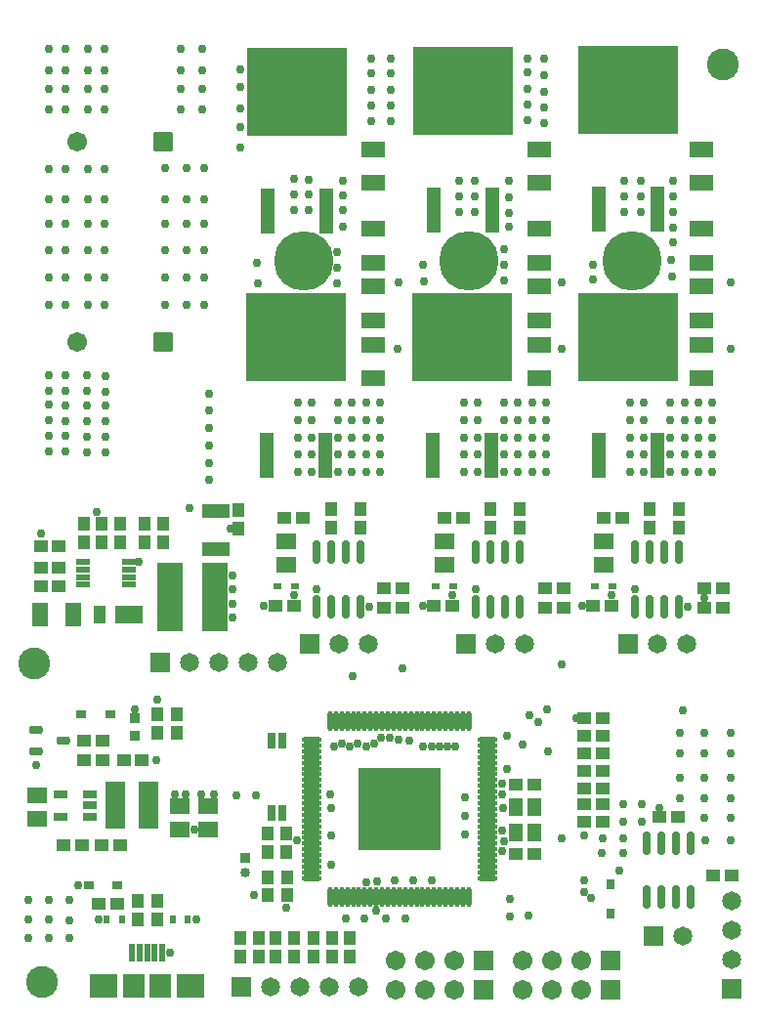
<source format=gts>
%FSLAX44Y44*%
%MOMM*%
G71*
G01*
G75*
G04 Layer_Color=8388736*
%ADD10R,0.9500X1.0000*%
%ADD11R,7.0000X7.0000*%
%ADD12O,0.3000X1.6500*%
%ADD13O,1.6500X0.3000*%
%ADD14R,1.3000X1.8500*%
%ADD15R,1.0000X0.9500*%
%ADD16R,1.8500X1.3000*%
G04:AMPARAMS|DCode=17|XSize=1.05mm|YSize=3.82mm|CornerRadius=0.0525mm|HoleSize=0mm|Usage=FLASHONLY|Rotation=180.000|XOffset=0mm|YOffset=0mm|HoleType=Round|Shape=RoundedRectangle|*
%AMROUNDEDRECTD17*
21,1,1.0500,3.7150,0,0,180.0*
21,1,0.9450,3.8200,0,0,180.0*
1,1,0.1050,-0.4725,1.8575*
1,1,0.1050,0.4725,1.8575*
1,1,0.1050,0.4725,-1.8575*
1,1,0.1050,-0.4725,-1.8575*
%
%ADD17ROUNDEDRECTD17*%
G04:AMPARAMS|DCode=18|XSize=7.48mm|YSize=8.55mm|CornerRadius=0.0374mm|HoleSize=0mm|Usage=FLASHONLY|Rotation=90.000|XOffset=0mm|YOffset=0mm|HoleType=Round|Shape=RoundedRectangle|*
%AMROUNDEDRECTD18*
21,1,7.4800,8.4752,0,0,90.0*
21,1,7.4052,8.5500,0,0,90.0*
1,1,0.0748,4.2376,3.7026*
1,1,0.0748,4.2376,-3.7026*
1,1,0.0748,-4.2376,-3.7026*
1,1,0.0748,-4.2376,3.7026*
%
%ADD18ROUNDEDRECTD18*%
G04:AMPARAMS|DCode=19|XSize=0.6mm|YSize=1mm|CornerRadius=0.15mm|HoleSize=0mm|Usage=FLASHONLY|Rotation=90.000|XOffset=0mm|YOffset=0mm|HoleType=Round|Shape=RoundedRectangle|*
%AMROUNDEDRECTD19*
21,1,0.6000,0.7000,0,0,90.0*
21,1,0.3000,1.0000,0,0,90.0*
1,1,0.3000,0.3500,0.1500*
1,1,0.3000,0.3500,-0.1500*
1,1,0.3000,-0.3500,-0.1500*
1,1,0.3000,-0.3500,0.1500*
%
%ADD19ROUNDEDRECTD19*%
%ADD20R,1.0000X0.6000*%
%ADD21R,2.1000X5.8000*%
%ADD22R,0.8000X0.6000*%
%ADD23R,1.6000X3.9000*%
%ADD24R,0.5000X0.6000*%
%ADD25R,0.6000X0.8000*%
%ADD26O,0.6000X1.9000*%
%ADD27R,0.6000X1.2000*%
%ADD28R,1.1500X1.4000*%
%ADD29R,1.8000X1.9000*%
%ADD30R,2.3000X1.9000*%
%ADD31R,0.4000X1.4000*%
%ADD32R,0.8000X0.8000*%
%ADD33R,1.0000X0.4000*%
%ADD34R,0.9000X1.4000*%
%ADD35R,2.2000X1.4000*%
%ADD36R,0.6500X0.4000*%
%ADD37R,1.6002X1.2700*%
%ADD38R,2.2000X1.1000*%
%ADD39C,1.2000*%
%ADD40C,0.2500*%
%ADD41C,0.2540*%
%ADD42C,0.5000*%
%ADD43C,0.4000*%
%ADD44C,1.0160*%
%ADD45C,1.1000*%
%ADD46C,0.8000*%
%ADD47C,0.7500*%
%ADD48C,0.7620*%
%ADD49C,1.0000*%
%ADD50C,0.6000*%
%ADD51C,0.2032*%
%ADD52C,0.3500*%
%ADD53C,2.0000*%
%ADD54C,1.5000*%
%ADD55R,1.5000X1.5000*%
%ADD56R,1.5500X1.5500*%
%ADD57C,1.5500*%
G04:AMPARAMS|DCode=58|XSize=1.55mm|YSize=1.55mm|CornerRadius=0.0465mm|HoleSize=0mm|Usage=FLASHONLY|Rotation=180.000|XOffset=0mm|YOffset=0mm|HoleType=Round|Shape=RoundedRectangle|*
%AMROUNDEDRECTD58*
21,1,1.5500,1.4570,0,0,180.0*
21,1,1.4570,1.5500,0,0,180.0*
1,1,0.0930,-0.7285,0.7285*
1,1,0.0930,0.7285,0.7285*
1,1,0.0930,0.7285,-0.7285*
1,1,0.0930,-0.7285,-0.7285*
%
%ADD58ROUNDEDRECTD58*%
%ADD59R,1.5000X1.5000*%
%ADD60R,0.7000X0.7000*%
%ADD61C,0.7000*%
%ADD62C,0.6000*%
%ADD63C,5.0000*%
%ADD64R,2.1590X2.7430*%
G04:AMPARAMS|DCode=65|XSize=3.1mm|YSize=4mm|CornerRadius=0.0465mm|HoleSize=0mm|Usage=FLASHONLY|Rotation=0.000|XOffset=0mm|YOffset=0mm|HoleType=Round|Shape=RoundedRectangle|*
%AMROUNDEDRECTD65*
21,1,3.1000,3.9070,0,0,0.0*
21,1,3.0070,4.0000,0,0,0.0*
1,1,0.0930,1.5035,-1.9535*
1,1,0.0930,-1.5035,-1.9535*
1,1,0.0930,-1.5035,1.9535*
1,1,0.0930,1.5035,1.9535*
%
%ADD65ROUNDEDRECTD65*%
G04:AMPARAMS|DCode=66|XSize=0.6mm|YSize=1mm|CornerRadius=0.051mm|HoleSize=0mm|Usage=FLASHONLY|Rotation=180.000|XOffset=0mm|YOffset=0mm|HoleType=Round|Shape=RoundedRectangle|*
%AMROUNDEDRECTD66*
21,1,0.6000,0.8980,0,0,180.0*
21,1,0.4980,1.0000,0,0,180.0*
1,1,0.1020,-0.2490,0.4490*
1,1,0.1020,0.2490,0.4490*
1,1,0.1020,0.2490,-0.4490*
1,1,0.1020,-0.2490,-0.4490*
%
%ADD66ROUNDEDRECTD66*%
%ADD67R,0.6000X1.0000*%
%ADD68R,1.2000X1.0000*%
%ADD69R,1.2000X0.7000*%
%ADD70R,0.8000X1.0000*%
%ADD71R,2.8000X1.0000*%
%ADD72R,1.9000X1.3000*%
%ADD73C,0.2000*%
%ADD74C,0.1000*%
%ADD75C,0.1524*%
%ADD76C,0.2000*%
%ADD77C,0.1778*%
%ADD78C,0.3556*%
%ADD79C,0.1016*%
%ADD80R,0.8000X0.3000*%
%ADD81R,0.8250X0.2000*%
%ADD82R,1.6000X0.5000*%
%ADD83R,0.5080X2.1844*%
%ADD84R,1.1024X1.1524*%
%ADD85R,7.1524X7.1524*%
%ADD86O,0.4524X1.8024*%
%ADD87O,1.8024X0.4524*%
%ADD88R,1.4524X2.0024*%
%ADD89R,1.1524X1.1024*%
%ADD90R,2.0024X1.4524*%
G04:AMPARAMS|DCode=91|XSize=1.2024mm|YSize=3.9724mm|CornerRadius=0.1287mm|HoleSize=0mm|Usage=FLASHONLY|Rotation=180.000|XOffset=0mm|YOffset=0mm|HoleType=Round|Shape=RoundedRectangle|*
%AMROUNDEDRECTD91*
21,1,1.2024,3.7150,0,0,180.0*
21,1,0.9450,3.9724,0,0,180.0*
1,1,0.2574,-0.4725,1.8575*
1,1,0.2574,0.4725,1.8575*
1,1,0.2574,0.4725,-1.8575*
1,1,0.2574,-0.4725,-1.8575*
%
%ADD91ROUNDEDRECTD91*%
G04:AMPARAMS|DCode=92|XSize=7.6324mm|YSize=8.7024mm|CornerRadius=0.1136mm|HoleSize=0mm|Usage=FLASHONLY|Rotation=90.000|XOffset=0mm|YOffset=0mm|HoleType=Round|Shape=RoundedRectangle|*
%AMROUNDEDRECTD92*
21,1,7.6324,8.4752,0,0,90.0*
21,1,7.4052,8.7024,0,0,90.0*
1,1,0.2272,4.2376,3.7026*
1,1,0.2272,4.2376,-3.7026*
1,1,0.2272,-4.2376,-3.7026*
1,1,0.2272,-4.2376,3.7026*
%
%ADD92ROUNDEDRECTD92*%
G04:AMPARAMS|DCode=93|XSize=0.7524mm|YSize=1.1524mm|CornerRadius=0.2262mm|HoleSize=0mm|Usage=FLASHONLY|Rotation=90.000|XOffset=0mm|YOffset=0mm|HoleType=Round|Shape=RoundedRectangle|*
%AMROUNDEDRECTD93*
21,1,0.7524,0.7000,0,0,90.0*
21,1,0.3000,1.1524,0,0,90.0*
1,1,0.4524,0.3500,0.1500*
1,1,0.4524,0.3500,-0.1500*
1,1,0.4524,-0.3500,-0.1500*
1,1,0.4524,-0.3500,0.1500*
%
%ADD93ROUNDEDRECTD93*%
%ADD94R,1.1524X0.7524*%
%ADD95R,2.2524X5.9524*%
%ADD96R,0.9524X0.7524*%
%ADD97R,1.7524X4.0524*%
%ADD98R,0.6000X0.7000*%
%ADD99R,0.7524X0.9524*%
%ADD100O,0.7524X2.0524*%
%ADD101R,0.7524X1.3524*%
%ADD102R,1.3024X1.5524*%
%ADD103R,1.9524X2.0524*%
%ADD104R,2.4524X2.0524*%
%ADD105R,0.5524X1.5524*%
%ADD106R,0.9524X0.9524*%
%ADD107R,1.2032X0.6032*%
%ADD108R,1.0524X1.5524*%
%ADD109R,2.3524X1.5524*%
%ADD110R,0.8024X0.5524*%
%ADD111R,1.7526X1.4224*%
%ADD112R,2.3524X1.2524*%
%ADD113C,2.7620*%
%ADD114C,1.6524*%
%ADD115R,1.6524X1.6524*%
%ADD116R,1.7024X1.7024*%
%ADD117C,1.7024*%
G04:AMPARAMS|DCode=118|XSize=1.7024mm|YSize=1.7024mm|CornerRadius=0.1227mm|HoleSize=0mm|Usage=FLASHONLY|Rotation=180.000|XOffset=0mm|YOffset=0mm|HoleType=Round|Shape=RoundedRectangle|*
%AMROUNDEDRECTD118*
21,1,1.7024,1.4570,0,0,180.0*
21,1,1.4570,1.7024,0,0,180.0*
1,1,0.2454,-0.7285,0.7285*
1,1,0.2454,0.7285,0.7285*
1,1,0.2454,0.7285,-0.7285*
1,1,0.2454,-0.7285,-0.7285*
%
%ADD118ROUNDEDRECTD118*%
%ADD119R,1.6524X1.6524*%
%ADD120R,0.8524X0.8524*%
%ADD121C,0.8524*%
%ADD122C,0.7524*%
%ADD123C,5.1524*%
D84*
X680154Y570032D02*
D03*
Y554032D02*
D03*
X697154Y570032D02*
D03*
Y554032D02*
D03*
X810154Y591032D02*
D03*
Y575032D02*
D03*
X793154Y575032D02*
D03*
Y591032D02*
D03*
X649154Y897032D02*
D03*
Y881032D02*
D03*
X847804Y894032D02*
D03*
Y910032D02*
D03*
X697154Y732032D02*
D03*
Y716032D02*
D03*
X809154Y613032D02*
D03*
Y629032D02*
D03*
X793154Y613032D02*
D03*
Y629032D02*
D03*
X864154Y538032D02*
D03*
Y522032D02*
D03*
X714154Y716032D02*
D03*
Y732032D02*
D03*
X1124154Y910032D02*
D03*
Y894032D02*
D03*
X1149154Y910032D02*
D03*
Y894032D02*
D03*
X849154Y522032D02*
D03*
Y538032D02*
D03*
X816154Y522032D02*
D03*
Y538032D02*
D03*
X785154Y522032D02*
D03*
Y538032D02*
D03*
X833154Y522032D02*
D03*
Y538032D02*
D03*
X800154Y522032D02*
D03*
Y538032D02*
D03*
X873654Y910032D02*
D03*
Y894032D02*
D03*
X769154Y522032D02*
D03*
Y538032D02*
D03*
X686154Y897032D02*
D03*
Y881032D02*
D03*
X634154Y897032D02*
D03*
Y881032D02*
D03*
X665154Y897032D02*
D03*
Y881032D02*
D03*
X702154Y881032D02*
D03*
Y897032D02*
D03*
X1011204Y910032D02*
D03*
Y894032D02*
D03*
X985804Y910032D02*
D03*
Y894032D02*
D03*
X767904Y893089D02*
D03*
Y909089D02*
D03*
D85*
X907154Y650032D02*
D03*
D86*
X847154Y726032D02*
D03*
X852154D02*
D03*
X857154D02*
D03*
X862154D02*
D03*
X867154D02*
D03*
X872154D02*
D03*
X877154D02*
D03*
X882154D02*
D03*
X887154D02*
D03*
X892154D02*
D03*
X897154D02*
D03*
X902154D02*
D03*
X907154D02*
D03*
X912154D02*
D03*
X917154D02*
D03*
X922154D02*
D03*
X927154D02*
D03*
X932154D02*
D03*
X937154D02*
D03*
X942154D02*
D03*
X947154D02*
D03*
X952154D02*
D03*
X957154D02*
D03*
X962154D02*
D03*
X967154D02*
D03*
Y574032D02*
D03*
X962154D02*
D03*
X957154D02*
D03*
X952154D02*
D03*
X947154D02*
D03*
X942154D02*
D03*
X937154D02*
D03*
X932154D02*
D03*
X927154D02*
D03*
X922154D02*
D03*
X917154D02*
D03*
X912154D02*
D03*
X907154D02*
D03*
X902154D02*
D03*
X897154D02*
D03*
X892154D02*
D03*
X887154D02*
D03*
X882154D02*
D03*
X877154D02*
D03*
X872154D02*
D03*
X867154D02*
D03*
X862154D02*
D03*
X857154D02*
D03*
X852154D02*
D03*
X847154D02*
D03*
D87*
X983154Y710032D02*
D03*
Y705032D02*
D03*
Y700032D02*
D03*
Y695032D02*
D03*
Y690032D02*
D03*
Y685032D02*
D03*
Y680032D02*
D03*
Y675032D02*
D03*
Y670032D02*
D03*
Y665032D02*
D03*
Y660032D02*
D03*
Y655032D02*
D03*
Y650032D02*
D03*
Y645032D02*
D03*
Y640032D02*
D03*
Y635032D02*
D03*
Y630032D02*
D03*
Y625032D02*
D03*
Y620032D02*
D03*
Y615032D02*
D03*
Y610032D02*
D03*
Y605032D02*
D03*
Y600032D02*
D03*
Y595032D02*
D03*
Y590032D02*
D03*
X831154D02*
D03*
Y595032D02*
D03*
Y600032D02*
D03*
Y605032D02*
D03*
Y610032D02*
D03*
Y615032D02*
D03*
Y620032D02*
D03*
Y625032D02*
D03*
Y630032D02*
D03*
Y635032D02*
D03*
Y640032D02*
D03*
Y645032D02*
D03*
Y650032D02*
D03*
Y655032D02*
D03*
Y660032D02*
D03*
Y665032D02*
D03*
Y670032D02*
D03*
Y675032D02*
D03*
Y680032D02*
D03*
Y685032D02*
D03*
Y690032D02*
D03*
Y695032D02*
D03*
Y700032D02*
D03*
Y705032D02*
D03*
Y710032D02*
D03*
D88*
X595654Y818032D02*
D03*
X624654D02*
D03*
D89*
X596154Y878032D02*
D03*
X612154D02*
D03*
X616154Y619032D02*
D03*
X632154D02*
D03*
X953154Y826032D02*
D03*
X937154D02*
D03*
X1091154D02*
D03*
X1075154D02*
D03*
X1024154Y671032D02*
D03*
X1008154D02*
D03*
X1179154Y592282D02*
D03*
X1195154D02*
D03*
X1008154Y611032D02*
D03*
X1024154D02*
D03*
X1067154Y654032D02*
D03*
X1083154D02*
D03*
X1067154Y713032D02*
D03*
X1083154D02*
D03*
X650154Y692032D02*
D03*
X634154D02*
D03*
X634154Y709032D02*
D03*
X650154D02*
D03*
X684154Y692032D02*
D03*
X668154D02*
D03*
X649154Y619032D02*
D03*
X665154D02*
D03*
X1100154Y902032D02*
D03*
X1084154D02*
D03*
X894154Y841032D02*
D03*
X910154D02*
D03*
X1033154D02*
D03*
X1049154D02*
D03*
X1171154D02*
D03*
X1187154D02*
D03*
X962154Y902032D02*
D03*
X946154D02*
D03*
X1083154Y683032D02*
D03*
X1067154D02*
D03*
X1148744Y643032D02*
D03*
X1132744D02*
D03*
X662654Y567982D02*
D03*
X646654D02*
D03*
X612154Y843032D02*
D03*
X596154D02*
D03*
X596154Y859032D02*
D03*
X612154D02*
D03*
X1187154Y824032D02*
D03*
X1171154D02*
D03*
X1049154D02*
D03*
X1033154D02*
D03*
X910154D02*
D03*
X894154D02*
D03*
X800154Y826032D02*
D03*
X816154D02*
D03*
X823154Y902032D02*
D03*
X807154D02*
D03*
X1067154Y639032D02*
D03*
X1083154D02*
D03*
X1083154Y729032D02*
D03*
X1067154D02*
D03*
X1067154Y668032D02*
D03*
X1083154D02*
D03*
X1067154Y698032D02*
D03*
X1083154D02*
D03*
D90*
X884154Y1073532D02*
D03*
Y1102532D02*
D03*
X1028154Y1073532D02*
D03*
Y1102532D02*
D03*
X1169154Y1073532D02*
D03*
Y1102532D02*
D03*
X884154Y1123532D02*
D03*
Y1152532D02*
D03*
X1028154Y1123532D02*
D03*
Y1152532D02*
D03*
X1169154Y1123532D02*
D03*
Y1152532D02*
D03*
Y1052532D02*
D03*
Y1023532D02*
D03*
Y1221532D02*
D03*
Y1192532D02*
D03*
X1028154Y1052532D02*
D03*
Y1023532D02*
D03*
Y1221532D02*
D03*
Y1192532D02*
D03*
X884154Y1052532D02*
D03*
Y1023532D02*
D03*
Y1221532D02*
D03*
Y1192532D02*
D03*
D91*
X1079754Y1170032D02*
D03*
X1130554D02*
D03*
X936754Y1169032D02*
D03*
X987554D02*
D03*
X1079754Y956032D02*
D03*
X1130554D02*
D03*
X935754D02*
D03*
X986554D02*
D03*
X791754D02*
D03*
X842554D02*
D03*
X843554Y1168032D02*
D03*
X792754D02*
D03*
D92*
X1105154Y1273032D02*
D03*
X962154Y1272032D02*
D03*
X1105154Y1059032D02*
D03*
X961154D02*
D03*
X817154D02*
D03*
X818154Y1271032D02*
D03*
D93*
X616154Y709032D02*
D03*
X592154Y699532D02*
D03*
Y718532D02*
D03*
D94*
X639154Y662532D02*
D03*
Y653032D02*
D03*
Y643532D02*
D03*
X613154Y662532D02*
D03*
Y643532D02*
D03*
D95*
X747654Y834032D02*
D03*
X708654D02*
D03*
D96*
X662654Y584032D02*
D03*
X637654D02*
D03*
X656654Y732032D02*
D03*
X631654D02*
D03*
D97*
X689654Y653032D02*
D03*
X660654D02*
D03*
D98*
X666754Y554032D02*
D03*
X653554D02*
D03*
X710554D02*
D03*
X723754D02*
D03*
D99*
X1090154Y559532D02*
D03*
Y584532D02*
D03*
D100*
X1159794Y620532D02*
D03*
X1147094D02*
D03*
X1134394D02*
D03*
X1121694D02*
D03*
X1159794Y573532D02*
D03*
X1147094D02*
D03*
X1134394D02*
D03*
X1121694D02*
D03*
X835104Y825532D02*
D03*
X847804D02*
D03*
X860504D02*
D03*
X873204D02*
D03*
X835104Y872532D02*
D03*
X847804D02*
D03*
X860504D02*
D03*
X873204D02*
D03*
X973104Y825532D02*
D03*
X985804D02*
D03*
X998504D02*
D03*
X1011204D02*
D03*
X973104Y872532D02*
D03*
X985804D02*
D03*
X998504D02*
D03*
X1011204D02*
D03*
X1111104Y825532D02*
D03*
X1123804D02*
D03*
X1136504D02*
D03*
X1149204D02*
D03*
X1111104Y872532D02*
D03*
X1123804D02*
D03*
X1136504D02*
D03*
X1149204D02*
D03*
D101*
X796654Y646532D02*
D03*
Y709532D02*
D03*
X805654D02*
D03*
Y646532D02*
D03*
D102*
X1008154Y652032D02*
D03*
Y630032D02*
D03*
X1024154D02*
D03*
Y652032D02*
D03*
D103*
X700154Y497032D02*
D03*
X677154D02*
D03*
D104*
X726154D02*
D03*
X651154D02*
D03*
D105*
X675654Y525532D02*
D03*
X701654D02*
D03*
X688654D02*
D03*
X695154D02*
D03*
X682154D02*
D03*
D106*
X678154Y713032D02*
D03*
Y729032D02*
D03*
D107*
X673125Y844282D02*
D03*
Y850782D02*
D03*
Y857282D02*
D03*
Y863782D02*
D03*
X633154D02*
D03*
Y857282D02*
D03*
Y850782D02*
D03*
Y844282D02*
D03*
D108*
X647404Y818032D02*
D03*
D109*
X672904D02*
D03*
D110*
X801654Y843032D02*
D03*
X816654D02*
D03*
X1076654D02*
D03*
X1091654D02*
D03*
X953654D02*
D03*
X938654D02*
D03*
D111*
X1084154Y882192D02*
D03*
Y861872D02*
D03*
X946154Y882192D02*
D03*
Y861872D02*
D03*
X809154Y882192D02*
D03*
Y861872D02*
D03*
X593154Y662192D02*
D03*
Y641872D02*
D03*
X741154Y652192D02*
D03*
Y631872D02*
D03*
X717154Y652192D02*
D03*
Y631872D02*
D03*
D112*
X748154Y875532D02*
D03*
Y908532D02*
D03*
D113*
X590497Y776032D02*
D03*
X1187154Y1295032D02*
D03*
X597154Y500032D02*
D03*
D114*
X801754Y777032D02*
D03*
X776354D02*
D03*
X750954D02*
D03*
X725554D02*
D03*
X871754Y496032D02*
D03*
X846354D02*
D03*
X820954D02*
D03*
X795554D02*
D03*
X1153144Y540032D02*
D03*
X1195154Y570232D02*
D03*
Y544832D02*
D03*
Y519432D02*
D03*
X854554Y793032D02*
D03*
X879954D02*
D03*
X990554D02*
D03*
X1015954D02*
D03*
X1130554D02*
D03*
X1155954D02*
D03*
D115*
X700154Y777032D02*
D03*
X770154Y496032D02*
D03*
X1127744Y540032D02*
D03*
X829154Y793032D02*
D03*
X965154D02*
D03*
X1105154D02*
D03*
D116*
X1090254Y518732D02*
D03*
Y493332D02*
D03*
X980254Y518732D02*
D03*
Y493332D02*
D03*
D117*
X1064854Y518732D02*
D03*
X1039454D02*
D03*
X1014054D02*
D03*
Y493332D02*
D03*
X1039454D02*
D03*
X1064854D02*
D03*
X627654Y1228032D02*
D03*
Y1055032D02*
D03*
X954854Y518732D02*
D03*
X929454D02*
D03*
X904054D02*
D03*
Y493332D02*
D03*
X929454D02*
D03*
X954854D02*
D03*
D118*
X702654Y1228032D02*
D03*
Y1055032D02*
D03*
D119*
X1195154Y494032D02*
D03*
D120*
X773154Y607382D02*
D03*
D121*
Y594682D02*
D03*
D122*
X1048154Y775032D02*
D03*
X677972Y736032D02*
D03*
X1090154Y584532D02*
D03*
X726154Y497032D02*
D03*
X651154D02*
D03*
X700154D02*
D03*
X677154D02*
D03*
X1048154Y1106032D02*
D03*
Y1049032D02*
D03*
X1033359Y825032D02*
D03*
X894154Y824032D02*
D03*
X953154Y835032D02*
D03*
X816154D02*
D03*
X762154Y816032D02*
D03*
Y828032D02*
D03*
Y840032D02*
D03*
Y852032D02*
D03*
X866639Y765032D02*
D03*
X742154Y935032D02*
D03*
Y950032D02*
D03*
X1194154Y1049032D02*
D03*
X905654D02*
D03*
X1166154Y942032D02*
D03*
Y957032D02*
D03*
Y972032D02*
D03*
Y987032D02*
D03*
Y1002032D02*
D03*
X1178154D02*
D03*
Y987032D02*
D03*
Y972032D02*
D03*
Y957032D02*
D03*
Y942032D02*
D03*
X1154154D02*
D03*
Y957032D02*
D03*
Y972032D02*
D03*
Y987032D02*
D03*
Y1002032D02*
D03*
X1142154D02*
D03*
Y987032D02*
D03*
Y972032D02*
D03*
Y957032D02*
D03*
Y942032D02*
D03*
X1119154Y1002032D02*
D03*
Y987032D02*
D03*
Y972032D02*
D03*
Y957032D02*
D03*
Y942032D02*
D03*
X1107154D02*
D03*
Y957032D02*
D03*
Y972032D02*
D03*
Y987032D02*
D03*
Y1002032D02*
D03*
X963154D02*
D03*
Y987032D02*
D03*
Y972032D02*
D03*
Y957032D02*
D03*
Y942032D02*
D03*
X975154D02*
D03*
Y957032D02*
D03*
Y972032D02*
D03*
Y987032D02*
D03*
Y1002032D02*
D03*
X998154Y942032D02*
D03*
Y957032D02*
D03*
Y972032D02*
D03*
Y987032D02*
D03*
Y1002032D02*
D03*
X1010154D02*
D03*
Y987032D02*
D03*
Y972032D02*
D03*
Y957032D02*
D03*
Y942032D02*
D03*
X1034154D02*
D03*
Y957032D02*
D03*
Y972032D02*
D03*
Y987032D02*
D03*
Y1002032D02*
D03*
X1022154D02*
D03*
Y987032D02*
D03*
Y972032D02*
D03*
Y957032D02*
D03*
Y942032D02*
D03*
X878154D02*
D03*
Y957032D02*
D03*
Y972032D02*
D03*
Y987032D02*
D03*
Y1002032D02*
D03*
X890154D02*
D03*
Y987032D02*
D03*
Y972032D02*
D03*
Y957032D02*
D03*
Y942032D02*
D03*
X866154D02*
D03*
Y957032D02*
D03*
Y972032D02*
D03*
Y987032D02*
D03*
Y1002032D02*
D03*
X854154D02*
D03*
Y987032D02*
D03*
Y972032D02*
D03*
Y957032D02*
D03*
Y942032D02*
D03*
X831154Y1002032D02*
D03*
Y987032D02*
D03*
Y972032D02*
D03*
Y957032D02*
D03*
Y942032D02*
D03*
X1060154Y729032D02*
D03*
X1132744Y651144D02*
D03*
X629154Y584032D02*
D03*
X850154Y704532D02*
D03*
X860409Y555032D02*
D03*
X996154Y663032D02*
D03*
Y672032D02*
D03*
X964154Y660032D02*
D03*
X1121694Y620532D02*
D03*
X1098154Y596282D02*
D03*
X646154Y554032D02*
D03*
X731154D02*
D03*
X729154Y631872D02*
D03*
X592154Y688032D02*
D03*
X910154Y772032D02*
D03*
X1048154Y824032D02*
D03*
X1035154Y736032D02*
D03*
X1152954Y735732D02*
D03*
X1067154Y639032D02*
D03*
Y654032D02*
D03*
Y668032D02*
D03*
X1067154Y683032D02*
D03*
X1067154Y713032D02*
D03*
X848154Y627032D02*
D03*
X1136504Y825532D02*
D03*
X998504D02*
D03*
X860504D02*
D03*
X769242Y1291267D02*
D03*
X784650Y1032928D02*
D03*
X798111Y1046550D02*
D03*
X811066Y1060266D02*
D03*
X1143980Y1140591D02*
D03*
X819154Y942032D02*
D03*
Y957032D02*
D03*
Y972032D02*
D03*
Y987032D02*
D03*
Y1002032D02*
D03*
X1018497Y1300494D02*
D03*
Y1273617D02*
D03*
Y1260155D02*
D03*
Y1246569D02*
D03*
Y1288095D02*
D03*
X882988Y1287624D02*
D03*
Y1246097D02*
D03*
Y1259684D02*
D03*
Y1273146D02*
D03*
Y1300023D02*
D03*
X737824Y1134344D02*
D03*
Y1110468D02*
D03*
Y1086846D02*
D03*
Y1178470D02*
D03*
Y1157004D02*
D03*
Y1204956D02*
D03*
X769242Y1240667D02*
D03*
Y1275773D02*
D03*
Y1256853D02*
D03*
Y1223141D02*
D03*
X651498Y1289976D02*
D03*
Y1273790D02*
D03*
Y1256264D02*
D03*
Y1308896D02*
D03*
Y1178416D02*
D03*
Y1204902D02*
D03*
Y1134290D02*
D03*
Y1086792D02*
D03*
Y1110414D02*
D03*
Y1156950D02*
D03*
X722886Y1204956D02*
D03*
X704138D02*
D03*
X722886Y1157004D02*
D03*
Y1178470D02*
D03*
X704138Y1157004D02*
D03*
Y1178470D02*
D03*
X1032820Y1300454D02*
D03*
X899597Y1300237D02*
D03*
X1032820Y1271524D02*
D03*
Y1258062D02*
D03*
Y1244475D02*
D03*
Y1286002D02*
D03*
X899597Y1273360D02*
D03*
Y1259898D02*
D03*
Y1246312D02*
D03*
Y1287838D02*
D03*
X736602Y1256264D02*
D03*
X717854D02*
D03*
Y1289976D02*
D03*
Y1308896D02*
D03*
Y1273790D02*
D03*
X736602Y1289976D02*
D03*
Y1308896D02*
D03*
Y1273790D02*
D03*
X704138Y1086846D02*
D03*
Y1110468D02*
D03*
X722886Y1086846D02*
D03*
Y1110468D02*
D03*
X704138Y1134344D02*
D03*
X722886D02*
D03*
X927998Y1121795D02*
D03*
X783928Y1123573D02*
D03*
X797922Y1086974D02*
D03*
X825322D02*
D03*
X838922D02*
D03*
X852522D02*
D03*
X784522D02*
D03*
X811722D02*
D03*
Y1073474D02*
D03*
X784522D02*
D03*
X852522D02*
D03*
X838922D02*
D03*
X825322D02*
D03*
X797922D02*
D03*
X784522Y1059974D02*
D03*
X852522D02*
D03*
X838922D02*
D03*
X825322D02*
D03*
X797922D02*
D03*
X811722Y1046474D02*
D03*
X784522D02*
D03*
X838922D02*
D03*
X825322D02*
D03*
X811722Y1032974D02*
D03*
X852522D02*
D03*
X838922D02*
D03*
X825322D02*
D03*
X797922D02*
D03*
X1085792Y1031351D02*
D03*
X1112992D02*
D03*
X1126592D02*
D03*
X1140192D02*
D03*
X1072192D02*
D03*
X1099392D02*
D03*
X1085792Y1044851D02*
D03*
X1112992D02*
D03*
X1126592D02*
D03*
X1140192D02*
D03*
X1072192D02*
D03*
X1099392D02*
D03*
X1085792Y1058351D02*
D03*
X1112992D02*
D03*
X1126592D02*
D03*
X1140192D02*
D03*
X1072192D02*
D03*
X1099392D02*
D03*
X1085792Y1071851D02*
D03*
X1112992D02*
D03*
X1126592D02*
D03*
X1140192D02*
D03*
X1072192D02*
D03*
X1099392D02*
D03*
Y1085351D02*
D03*
X1072192D02*
D03*
X1140192D02*
D03*
X1126592D02*
D03*
X1112992D02*
D03*
X1085792D02*
D03*
X969882Y1034273D02*
D03*
X983482D02*
D03*
X929082D02*
D03*
X956282D02*
D03*
X969882Y1047773D02*
D03*
X983482D02*
D03*
X997082D02*
D03*
X929082D02*
D03*
X956282D02*
D03*
X969882Y1061273D02*
D03*
X983482D02*
D03*
X997082D02*
D03*
X929082D02*
D03*
X956282D02*
D03*
X969882Y1074773D02*
D03*
X983482D02*
D03*
X997082D02*
D03*
X929082D02*
D03*
X956282D02*
D03*
Y1088273D02*
D03*
X929082D02*
D03*
X997082D02*
D03*
X983482D02*
D03*
X969882D02*
D03*
X799392Y1244755D02*
D03*
X826592D02*
D03*
X840192D02*
D03*
X853792D02*
D03*
X785792D02*
D03*
X812992D02*
D03*
X799392Y1258255D02*
D03*
X826592D02*
D03*
X840192D02*
D03*
X853792D02*
D03*
X785792D02*
D03*
X812992D02*
D03*
X799392Y1271755D02*
D03*
X826592D02*
D03*
X840192D02*
D03*
X853792D02*
D03*
X785792D02*
D03*
X812992D02*
D03*
X799392Y1285255D02*
D03*
X826592D02*
D03*
X840192D02*
D03*
X853792D02*
D03*
X785792D02*
D03*
X812992D02*
D03*
Y1298755D02*
D03*
X785792D02*
D03*
X853792D02*
D03*
X840192D02*
D03*
X826592D02*
D03*
X799392D02*
D03*
X937094Y1246761D02*
D03*
X964294D02*
D03*
X977894D02*
D03*
X991494D02*
D03*
X923494D02*
D03*
X950694D02*
D03*
X937094Y1260262D02*
D03*
X964294D02*
D03*
X977894D02*
D03*
X991494D02*
D03*
X923494D02*
D03*
X950694D02*
D03*
X937094Y1273762D02*
D03*
X964294D02*
D03*
X977894D02*
D03*
X991494D02*
D03*
X923494D02*
D03*
X950694D02*
D03*
X937094Y1287262D02*
D03*
X964294D02*
D03*
X977894D02*
D03*
X991494D02*
D03*
X923494D02*
D03*
X950694D02*
D03*
Y1300762D02*
D03*
X923494D02*
D03*
X991494D02*
D03*
X977894D02*
D03*
X964294D02*
D03*
X937094D02*
D03*
X1085656Y1246357D02*
D03*
X1112856D02*
D03*
X1126456D02*
D03*
X1140055D02*
D03*
X1072056D02*
D03*
X1099256D02*
D03*
X1085656Y1259857D02*
D03*
X1112856D02*
D03*
X1126456D02*
D03*
X1140055D02*
D03*
X1072056D02*
D03*
X1099256D02*
D03*
X1085656Y1273357D02*
D03*
X1112856D02*
D03*
X1126456D02*
D03*
X1140055D02*
D03*
X1072056D02*
D03*
X1099256D02*
D03*
X1085656Y1286857D02*
D03*
X1112856D02*
D03*
X1126456D02*
D03*
X1140055D02*
D03*
X1072056D02*
D03*
X1099256D02*
D03*
Y1300357D02*
D03*
X1072056D02*
D03*
X1140055D02*
D03*
X1126456D02*
D03*
X1112856D02*
D03*
X1085656D02*
D03*
X852522Y1046474D02*
D03*
X997082Y1034273D02*
D03*
X942682Y1088273D02*
D03*
Y1074773D02*
D03*
Y1061273D02*
D03*
Y1047773D02*
D03*
Y1034273D02*
D03*
X1102440Y1194261D02*
D03*
X1144234Y1194308D02*
D03*
X1116040Y1194261D02*
D03*
X1102440Y1180761D02*
D03*
X1144234Y1180808D02*
D03*
X1116040Y1180761D02*
D03*
X1102440Y1167261D02*
D03*
X1144234Y1167308D02*
D03*
X1116040Y1167261D02*
D03*
X1144234Y1153808D02*
D03*
X1074638Y1121287D02*
D03*
X1142710Y1125859D02*
D03*
X1143472Y1111635D02*
D03*
X1074892Y1108841D02*
D03*
X958720Y1167392D02*
D03*
X972320Y1180892D02*
D03*
X958720D02*
D03*
X972320Y1194392D02*
D03*
X1002038Y1194439D02*
D03*
X958720Y1194392D02*
D03*
X828378Y1168580D02*
D03*
X815562Y1168656D02*
D03*
X828378Y1182080D02*
D03*
X815562Y1182156D02*
D03*
X828378Y1195580D02*
D03*
X857842Y1194693D02*
D03*
X815562Y1195656D02*
D03*
X928366Y1106861D02*
D03*
X997974Y1135130D02*
D03*
Y1121630D02*
D03*
Y1108130D02*
D03*
X784682Y1105089D02*
D03*
X852938Y1132597D02*
D03*
Y1119097D02*
D03*
Y1105597D02*
D03*
X742154Y1010032D02*
D03*
Y995032D02*
D03*
Y980032D02*
D03*
X602964Y959722D02*
D03*
Y1000221D02*
D03*
Y973308D02*
D03*
Y986770D02*
D03*
X617696Y959429D02*
D03*
Y999930D02*
D03*
Y973016D02*
D03*
Y986478D02*
D03*
X636763Y959230D02*
D03*
Y999730D02*
D03*
Y972816D02*
D03*
Y986278D02*
D03*
X652528Y985970D02*
D03*
Y999470D02*
D03*
Y959056D02*
D03*
X602964Y1012553D02*
D03*
Y1026140D02*
D03*
X617696Y1012262D02*
D03*
Y1025848D02*
D03*
X636763Y1012062D02*
D03*
Y1025648D02*
D03*
X652528Y1011889D02*
D03*
Y1025350D02*
D03*
Y972518D02*
D03*
X636797Y1156950D02*
D03*
X617730D02*
D03*
X603029D02*
D03*
X636797Y1110414D02*
D03*
Y1086792D02*
D03*
Y1134290D02*
D03*
X617730Y1110414D02*
D03*
Y1086792D02*
D03*
Y1134290D02*
D03*
X603029Y1110414D02*
D03*
Y1086792D02*
D03*
Y1134290D02*
D03*
X636797Y1204902D02*
D03*
Y1178416D02*
D03*
X617730Y1204902D02*
D03*
Y1178416D02*
D03*
X603029Y1204902D02*
D03*
Y1178416D02*
D03*
X636797Y1308896D02*
D03*
X617730D02*
D03*
X603029D02*
D03*
X636797Y1256264D02*
D03*
Y1273790D02*
D03*
Y1289976D02*
D03*
X617730Y1256264D02*
D03*
Y1273790D02*
D03*
Y1289976D02*
D03*
X603029Y1256264D02*
D03*
Y1273790D02*
D03*
Y1289976D02*
D03*
X972320Y1167392D02*
D03*
X857842Y1181739D02*
D03*
Y1168531D02*
D03*
Y1154561D02*
D03*
X1002038Y1180215D02*
D03*
Y1166753D02*
D03*
Y1154307D02*
D03*
X742154Y965032D02*
D03*
X1065904Y826032D02*
D03*
X1091154Y835032D02*
D03*
X1171358Y833018D02*
D03*
X927904Y826032D02*
D03*
X789930D02*
D03*
X1157154Y825032D02*
D03*
X881154D02*
D03*
X625314Y818032D02*
D03*
X596154Y818192D02*
D03*
X648404Y818032D02*
D03*
X1000654Y713532D02*
D03*
X1013854Y705532D02*
D03*
X781154Y575032D02*
D03*
X864153Y704532D02*
D03*
X910154Y824032D02*
D03*
X878153Y704532D02*
D03*
X871154Y707032D02*
D03*
X857154D02*
D03*
X885154D02*
D03*
X1019654Y731212D02*
D03*
X1067154Y698032D02*
D03*
X1027654Y725532D02*
D03*
X1036404Y700032D02*
D03*
X1067154Y578032D02*
D03*
X1073626Y572504D02*
D03*
X877154Y555032D02*
D03*
X895409D02*
D03*
X809436Y564032D02*
D03*
X816154Y538032D02*
D03*
X849154D02*
D03*
X864154Y538032D02*
D03*
X785154Y538032D02*
D03*
X708654Y525532D02*
D03*
X722154Y663032D02*
D03*
X735154D02*
D03*
X746154D02*
D03*
X712154D02*
D03*
X696154Y692032D02*
D03*
X835154Y840032D02*
D03*
X973154D02*
D03*
X1111154D02*
D03*
X882654Y673532D02*
D03*
X894654D02*
D03*
X918654D02*
D03*
X930654D02*
D03*
X906654D02*
D03*
Y626532D02*
D03*
X930654D02*
D03*
X918654D02*
D03*
X894654D02*
D03*
X882654D02*
D03*
X906654Y650032D02*
D03*
X894654D02*
D03*
X882654D02*
D03*
X918654D02*
D03*
X930654D02*
D03*
X906654Y661782D02*
D03*
X930654D02*
D03*
X918654D02*
D03*
X894654D02*
D03*
X882654D02*
D03*
X906654Y638282D02*
D03*
X930654D02*
D03*
X918654D02*
D03*
X894654D02*
D03*
X882654D02*
D03*
X964154Y628032D02*
D03*
Y644032D02*
D03*
X783154Y662032D02*
D03*
X766154D02*
D03*
X848154Y651032D02*
D03*
X847404Y663032D02*
D03*
X848154Y602032D02*
D03*
X818154Y623032D02*
D03*
X912154Y555032D02*
D03*
X887154Y562032D02*
D03*
X996153Y613533D02*
D03*
X997974Y621894D02*
D03*
X996154Y631032D02*
D03*
X996924Y651144D02*
D03*
X916154Y709532D02*
D03*
X906154Y710282D02*
D03*
X903154Y588032D02*
D03*
X887654Y587532D02*
D03*
X878153Y586532D02*
D03*
X919154Y588532D02*
D03*
X935654Y588032D02*
D03*
X696932Y744810D02*
D03*
X769154Y538032D02*
D03*
X800154Y538032D02*
D03*
X833154D02*
D03*
X1083154Y683032D02*
D03*
X1083154Y668032D02*
D03*
X1024154Y671032D02*
D03*
X596154Y889032D02*
D03*
X1194154Y1106032D02*
D03*
X906154D02*
D03*
X760461Y893032D02*
D03*
X681154Y863782D02*
D03*
X686154Y897032D02*
D03*
X645153Y907031D02*
D03*
X725154Y911032D02*
D03*
X1100956Y654032D02*
D03*
X1067154Y627032D02*
D03*
Y588032D02*
D03*
X1047954Y624232D02*
D03*
X1002944Y557032D02*
D03*
X1018982Y558032D02*
D03*
X1002972Y572032D02*
D03*
X1117154Y654032D02*
D03*
Y639032D02*
D03*
X1100956D02*
D03*
Y624232D02*
D03*
Y612032D02*
D03*
X1083154Y624232D02*
D03*
X1082154Y612032D02*
D03*
X1194454Y716032D02*
D03*
X1194154Y698032D02*
D03*
Y677032D02*
D03*
Y659254D02*
D03*
Y642032D02*
D03*
X1171358Y659254D02*
D03*
Y677032D02*
D03*
Y698032D02*
D03*
X1171658Y716032D02*
D03*
X1150204Y659254D02*
D03*
Y677032D02*
D03*
Y698032D02*
D03*
X1150504Y716032D02*
D03*
X1171154Y642032D02*
D03*
X1172154Y622875D02*
D03*
X1194154D02*
D03*
X955879Y704032D02*
D03*
X948879D02*
D03*
X941879D02*
D03*
X934879D02*
D03*
X927879D02*
D03*
X1000154Y685032D02*
D03*
X891154Y712032D02*
D03*
X899154D02*
D03*
X585654Y571499D02*
D03*
Y554099D02*
D03*
Y538499D02*
D03*
X603029D02*
D03*
Y554099D02*
D03*
Y571499D02*
D03*
X620986Y538032D02*
D03*
Y553632D02*
D03*
Y571032D02*
D03*
X616154Y619032D02*
D03*
X639154Y653032D02*
D03*
X805654Y709532D02*
D03*
X796654D02*
D03*
D123*
X824154Y1125032D02*
D03*
X967154D02*
D03*
X1109154D02*
D03*
M02*

</source>
